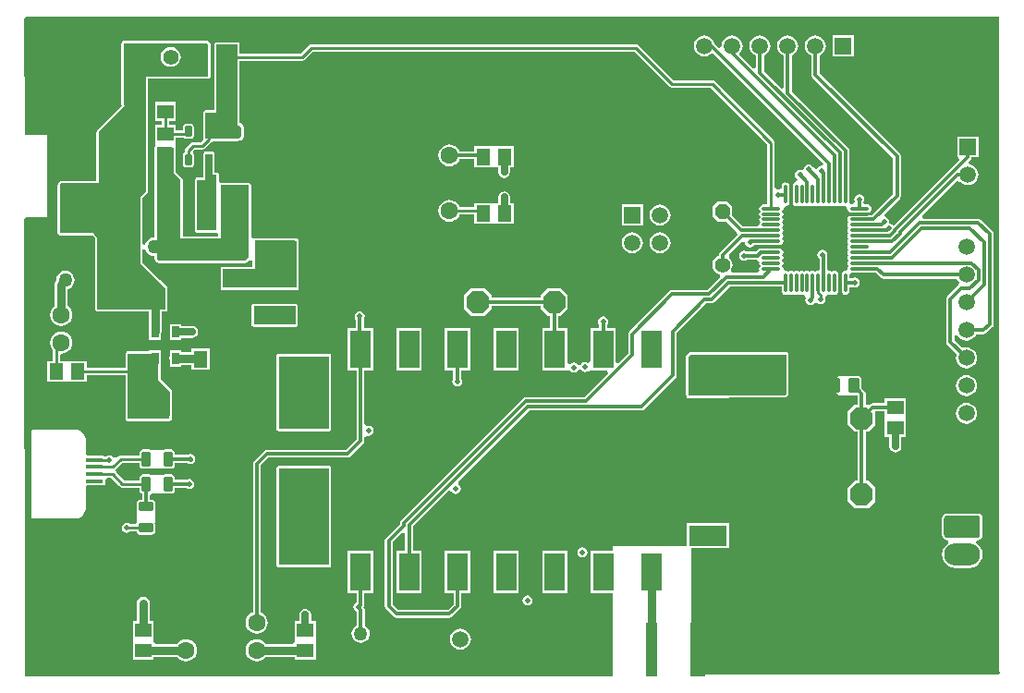
<source format=gtl>
G04 Layer_Physical_Order=1*
G04 Layer_Color=255*
%FSLAX25Y25*%
%MOIN*%
G70*
G01*
G75*
%ADD10O,0.01181X0.07087*%
%ADD11O,0.07087X0.01181*%
%ADD12R,0.05906X0.05118*%
%ADD13R,0.05118X0.05906*%
G04:AMPARAMS|DCode=14|XSize=59.06mil|YSize=47.24mil|CornerRadius=4.72mil|HoleSize=0mil|Usage=FLASHONLY|Rotation=0.000|XOffset=0mil|YOffset=0mil|HoleType=Round|Shape=RoundedRectangle|*
%AMROUNDEDRECTD14*
21,1,0.05906,0.03780,0,0,0.0*
21,1,0.04961,0.04724,0,0,0.0*
1,1,0.00945,0.02480,-0.01890*
1,1,0.00945,-0.02480,-0.01890*
1,1,0.00945,-0.02480,0.01890*
1,1,0.00945,0.02480,0.01890*
%
%ADD14ROUNDEDRECTD14*%
G04:AMPARAMS|DCode=15|XSize=59.06mil|YSize=13.78mil|CornerRadius=1.38mil|HoleSize=0mil|Usage=FLASHONLY|Rotation=0.000|XOffset=0mil|YOffset=0mil|HoleType=Round|Shape=RoundedRectangle|*
%AMROUNDEDRECTD15*
21,1,0.05906,0.01102,0,0,0.0*
21,1,0.05630,0.01378,0,0,0.0*
1,1,0.00276,0.02815,-0.00551*
1,1,0.00276,-0.02815,-0.00551*
1,1,0.00276,-0.02815,0.00551*
1,1,0.00276,0.02815,0.00551*
%
%ADD15ROUNDEDRECTD15*%
%ADD16C,0.05000*%
%ADD17O,0.13000X0.08000*%
G04:AMPARAMS|DCode=18|XSize=130mil|YSize=80mil|CornerRadius=10mil|HoleSize=0mil|Usage=FLASHONLY|Rotation=0.000|XOffset=0mil|YOffset=0mil|HoleType=Round|Shape=RoundedRectangle|*
%AMROUNDEDRECTD18*
21,1,0.13000,0.06000,0,0,0.0*
21,1,0.11000,0.08000,0,0,0.0*
1,1,0.02000,0.05500,-0.03000*
1,1,0.02000,-0.05500,-0.03000*
1,1,0.02000,-0.05500,0.03000*
1,1,0.02000,0.05500,0.03000*
%
%ADD18ROUNDEDRECTD18*%
%ADD19R,0.05512X0.19685*%
%ADD20R,0.03937X0.19685*%
%ADD21R,0.02500X0.02500*%
G04:AMPARAMS|DCode=22|XSize=23.62mil|YSize=39.37mil|CornerRadius=2.95mil|HoleSize=0mil|Usage=FLASHONLY|Rotation=0.000|XOffset=0mil|YOffset=0mil|HoleType=Round|Shape=RoundedRectangle|*
%AMROUNDEDRECTD22*
21,1,0.02362,0.03347,0,0,0.0*
21,1,0.01772,0.03937,0,0,0.0*
1,1,0.00591,0.00886,-0.01673*
1,1,0.00591,-0.00886,-0.01673*
1,1,0.00591,-0.00886,0.01673*
1,1,0.00591,0.00886,0.01673*
%
%ADD22ROUNDEDRECTD22*%
G04:AMPARAMS|DCode=23|XSize=70.87mil|YSize=47.24mil|CornerRadius=5.91mil|HoleSize=0mil|Usage=FLASHONLY|Rotation=90.000|XOffset=0mil|YOffset=0mil|HoleType=Round|Shape=RoundedRectangle|*
%AMROUNDEDRECTD23*
21,1,0.07087,0.03543,0,0,90.0*
21,1,0.05906,0.04724,0,0,90.0*
1,1,0.01181,0.01772,0.02953*
1,1,0.01181,0.01772,-0.02953*
1,1,0.01181,-0.01772,-0.02953*
1,1,0.01181,-0.01772,0.02953*
%
%ADD23ROUNDEDRECTD23*%
G04:AMPARAMS|DCode=24|XSize=70.87mil|YSize=47.24mil|CornerRadius=5.91mil|HoleSize=0mil|Usage=FLASHONLY|Rotation=0.000|XOffset=0mil|YOffset=0mil|HoleType=Round|Shape=RoundedRectangle|*
%AMROUNDEDRECTD24*
21,1,0.07087,0.03543,0,0,0.0*
21,1,0.05906,0.04724,0,0,0.0*
1,1,0.01181,0.02953,-0.01772*
1,1,0.01181,-0.02953,-0.01772*
1,1,0.01181,-0.02953,0.01772*
1,1,0.01181,0.02953,0.01772*
%
%ADD24ROUNDEDRECTD24*%
G04:AMPARAMS|DCode=25|XSize=51.18mil|YSize=31.5mil|CornerRadius=3.94mil|HoleSize=0mil|Usage=FLASHONLY|Rotation=270.000|XOffset=0mil|YOffset=0mil|HoleType=Round|Shape=RoundedRectangle|*
%AMROUNDEDRECTD25*
21,1,0.05118,0.02362,0,0,270.0*
21,1,0.04331,0.03150,0,0,270.0*
1,1,0.00787,-0.01181,-0.02165*
1,1,0.00787,-0.01181,0.02165*
1,1,0.00787,0.01181,0.02165*
1,1,0.00787,0.01181,-0.02165*
%
%ADD25ROUNDEDRECTD25*%
G04:AMPARAMS|DCode=26|XSize=51.18mil|YSize=31.5mil|CornerRadius=3.94mil|HoleSize=0mil|Usage=FLASHONLY|Rotation=0.000|XOffset=0mil|YOffset=0mil|HoleType=Round|Shape=RoundedRectangle|*
%AMROUNDEDRECTD26*
21,1,0.05118,0.02362,0,0,0.0*
21,1,0.04331,0.03150,0,0,0.0*
1,1,0.00787,0.02165,-0.01181*
1,1,0.00787,-0.02165,-0.01181*
1,1,0.00787,-0.02165,0.01181*
1,1,0.00787,0.02165,0.01181*
%
%ADD26ROUNDEDRECTD26*%
%ADD27R,0.02559X0.04331*%
G04:AMPARAMS|DCode=28|XSize=96.46mil|YSize=100.39mil|CornerRadius=9.65mil|HoleSize=0mil|Usage=FLASHONLY|Rotation=90.000|XOffset=0mil|YOffset=0mil|HoleType=Round|Shape=RoundedRectangle|*
%AMROUNDEDRECTD28*
21,1,0.09646,0.08110,0,0,90.0*
21,1,0.07717,0.10039,0,0,90.0*
1,1,0.01929,0.04055,0.03858*
1,1,0.01929,0.04055,-0.03858*
1,1,0.01929,-0.04055,-0.03858*
1,1,0.01929,-0.04055,0.03858*
%
%ADD28ROUNDEDRECTD28*%
%ADD29R,0.04724X0.05315*%
G04:AMPARAMS|DCode=30|XSize=70.87mil|YSize=51.18mil|CornerRadius=6.4mil|HoleSize=0mil|Usage=FLASHONLY|Rotation=0.000|XOffset=0mil|YOffset=0mil|HoleType=Round|Shape=RoundedRectangle|*
%AMROUNDEDRECTD30*
21,1,0.07087,0.03839,0,0,0.0*
21,1,0.05807,0.05118,0,0,0.0*
1,1,0.01280,0.02904,-0.01919*
1,1,0.01280,-0.02904,-0.01919*
1,1,0.01280,-0.02904,0.01919*
1,1,0.01280,0.02904,0.01919*
%
%ADD30ROUNDEDRECTD30*%
G04:AMPARAMS|DCode=31|XSize=55.12mil|YSize=39.37mil|CornerRadius=4.92mil|HoleSize=0mil|Usage=FLASHONLY|Rotation=90.000|XOffset=0mil|YOffset=0mil|HoleType=Round|Shape=RoundedRectangle|*
%AMROUNDEDRECTD31*
21,1,0.05512,0.02953,0,0,90.0*
21,1,0.04528,0.03937,0,0,90.0*
1,1,0.00984,0.01476,0.02264*
1,1,0.00984,0.01476,-0.02264*
1,1,0.00984,-0.01476,-0.02264*
1,1,0.00984,-0.01476,0.02264*
%
%ADD31ROUNDEDRECTD31*%
%ADD32R,0.07480X0.13780*%
%ADD33R,0.13780X0.07480*%
%ADD34C,0.01200*%
%ADD35C,0.01000*%
%ADD36C,0.02953*%
%ADD37C,0.02500*%
%ADD38R,0.18110X0.26378*%
%ADD39R,0.18110X0.35039*%
%ADD40R,0.09300X0.11100*%
%ADD41R,0.09500X0.07900*%
%ADD42P,0.05966X8X292.5*%
%ADD43C,0.05512*%
%ADD44C,0.11024*%
%ADD45C,0.06299*%
%ADD46R,0.05906X0.05906*%
%ADD47C,0.05906*%
%ADD48P,0.08949X8X112.5*%
%ADD49P,0.08949X8X22.5*%
%ADD50R,0.05906X0.05906*%
G04:AMPARAMS|DCode=51|XSize=100mil|YSize=100mil|CornerRadius=12.5mil|HoleSize=0mil|Usage=FLASHONLY|Rotation=0.000|XOffset=0mil|YOffset=0mil|HoleType=Round|Shape=RoundedRectangle|*
%AMROUNDEDRECTD51*
21,1,0.10000,0.07500,0,0,0.0*
21,1,0.07500,0.10000,0,0,0.0*
1,1,0.02500,0.03750,-0.03750*
1,1,0.02500,-0.03750,-0.03750*
1,1,0.02500,-0.03750,0.03750*
1,1,0.02500,0.03750,0.03750*
%
%ADD51ROUNDEDRECTD51*%
%ADD52C,0.10000*%
G04:AMPARAMS|DCode=53|XSize=94.49mil|YSize=62.99mil|CornerRadius=15.75mil|HoleSize=0mil|Usage=FLASHONLY|Rotation=0.000|XOffset=0mil|YOffset=0mil|HoleType=Round|Shape=RoundedRectangle|*
%AMROUNDEDRECTD53*
21,1,0.09449,0.03150,0,0,0.0*
21,1,0.06299,0.06299,0,0,0.0*
1,1,0.03150,0.03150,-0.01575*
1,1,0.03150,-0.03150,-0.01575*
1,1,0.03150,-0.03150,0.01575*
1,1,0.03150,0.03150,0.01575*
%
%ADD53ROUNDEDRECTD53*%
%ADD54C,0.06000*%
G04:AMPARAMS|DCode=55|XSize=60mil|YSize=60mil|CornerRadius=7.5mil|HoleSize=0mil|Usage=FLASHONLY|Rotation=0.000|XOffset=0mil|YOffset=0mil|HoleType=Round|Shape=RoundedRectangle|*
%AMROUNDEDRECTD55*
21,1,0.06000,0.04500,0,0,0.0*
21,1,0.04500,0.06000,0,0,0.0*
1,1,0.01500,0.02250,-0.02250*
1,1,0.01500,-0.02250,-0.02250*
1,1,0.01500,-0.02250,0.02250*
1,1,0.01500,0.02250,0.02250*
%
%ADD55ROUNDEDRECTD55*%
%ADD56C,0.01969*%
%ADD57C,0.15748*%
G36*
X450600Y205900D02*
X451100Y205400D01*
X450300Y204600D01*
X339600D01*
Y223400D01*
Y250216D01*
X353375D01*
Y259296D01*
X337995D01*
Y251200D01*
X311500D01*
Y249458D01*
X303448D01*
Y234078D01*
X311500D01*
Y204224D01*
X311200Y204100D01*
X99300D01*
X99200Y369093D01*
X99907Y369800D01*
X107500D01*
Y399500D01*
X99300D01*
X99202Y441292D01*
X99908Y442000D01*
X450600D01*
Y205900D01*
D02*
G37*
%LPC*%
G36*
X398253Y435253D02*
X390747D01*
Y427747D01*
X398253D01*
Y435253D01*
D02*
G37*
G36*
X135000Y433316D02*
X134688Y433254D01*
X134423Y433077D01*
X134246Y432812D01*
X134184Y432500D01*
Y410500D01*
X134184Y410500D01*
X134246Y410188D01*
X134362Y410015D01*
X125423Y401077D01*
X125246Y400812D01*
X125184Y400500D01*
X125184Y400500D01*
Y382816D01*
X112500D01*
X112500Y382816D01*
X112188Y382754D01*
X111923Y382577D01*
X111923Y382577D01*
X111423Y382077D01*
X111246Y381812D01*
X111184Y381500D01*
X111184Y381500D01*
Y380373D01*
X111160Y380250D01*
Y372750D01*
X111184Y372627D01*
Y364000D01*
X111246Y363688D01*
X111423Y363423D01*
X111688Y363246D01*
X112000Y363184D01*
X123662D01*
X123923Y362923D01*
X123923Y362923D01*
X124684Y362162D01*
Y336500D01*
X124746Y336188D01*
X124923Y335923D01*
X125188Y335746D01*
X125500Y335684D01*
X143939D01*
Y328224D01*
X144115Y327336D01*
X144180Y327239D01*
Y325259D01*
X148339D01*
Y327239D01*
X148404Y327336D01*
X148581Y328224D01*
Y335684D01*
X150000D01*
X150312Y335746D01*
X150577Y335923D01*
X150754Y336188D01*
X150816Y336500D01*
Y344000D01*
X150754Y344312D01*
X150577Y344577D01*
X150577Y344577D01*
X148077Y347077D01*
X148077Y347077D01*
X141816Y353338D01*
Y357970D01*
X142785Y358138D01*
X143117Y357336D01*
X143646Y356646D01*
X144336Y356118D01*
X145139Y355785D01*
X146000Y355672D01*
X146184Y355510D01*
Y354600D01*
X146184Y354600D01*
X146246Y354288D01*
X146423Y354023D01*
X146423Y354023D01*
X147023Y353423D01*
X147288Y353246D01*
X147600Y353184D01*
X147600Y353184D01*
X178800D01*
X178800Y353184D01*
X179112Y353246D01*
X179377Y353423D01*
X180484Y354531D01*
X181484Y354117D01*
Y351816D01*
X170800D01*
X170488Y351754D01*
X170223Y351577D01*
X170046Y351312D01*
X169984Y351000D01*
Y344300D01*
X170046Y343988D01*
X170223Y343723D01*
X170488Y343546D01*
X170800Y343484D01*
X197400D01*
X197712Y343546D01*
X197977Y343723D01*
X198154Y343988D01*
X198216Y344300D01*
Y361100D01*
X198201Y361172D01*
X198203Y361244D01*
X198171Y361326D01*
X198154Y361412D01*
X198113Y361473D01*
X198086Y361541D01*
X198026Y361604D01*
X197977Y361677D01*
X197916Y361717D01*
X197865Y361770D01*
X197785Y361805D01*
X197712Y361854D01*
X197641Y361868D01*
X197574Y361897D01*
X196657Y362097D01*
X196569Y362099D01*
X196483Y362116D01*
X182300D01*
X181988Y362054D01*
X181916Y362005D01*
X181222Y362231D01*
X180916Y362448D01*
Y381300D01*
X180854Y381612D01*
X180677Y381877D01*
X180412Y382054D01*
X180100Y382116D01*
X170041D01*
X169656Y382470D01*
X169345Y382852D01*
X169316Y382913D01*
Y385000D01*
X169254Y385312D01*
X169077Y385577D01*
X168812Y385754D01*
X168500Y385816D01*
X167816D01*
Y392500D01*
X167754Y392812D01*
X167577Y393077D01*
X167312Y393254D01*
X167000Y393316D01*
X164500D01*
X164188Y393254D01*
X163923Y393077D01*
X163746Y392812D01*
X163684Y392500D01*
X163684Y384016D01*
X161500D01*
X161188Y383954D01*
X160923Y383777D01*
X160746Y383512D01*
X160684Y383200D01*
Y365000D01*
X160746Y364688D01*
X160923Y364423D01*
X161188Y364246D01*
X161500Y364184D01*
X168000D01*
X168000Y364184D01*
X168184Y364221D01*
X168512Y364114D01*
X169184Y363670D01*
Y362716D01*
X156316D01*
Y365000D01*
Y383200D01*
X156254Y383512D01*
X156077Y383777D01*
X156077Y383777D01*
X153816Y386038D01*
Y394500D01*
X153816Y394500D01*
X153754Y394812D01*
X153753Y394813D01*
X153753Y396481D01*
X153753Y396719D01*
Y398515D01*
X156411D01*
X156584Y398255D01*
X156947Y398013D01*
X157374Y397928D01*
X159146D01*
X159573Y398013D01*
X159935Y398255D01*
X160177Y398618D01*
X160262Y399045D01*
Y402391D01*
X160177Y402819D01*
X159935Y403181D01*
X159573Y403423D01*
X159146Y403508D01*
X157374D01*
X156947Y403423D01*
X156584Y403181D01*
X156342Y402819D01*
X156257Y402391D01*
Y401166D01*
X153753D01*
Y403199D01*
X151326D01*
Y404501D01*
X153753D01*
Y411219D01*
X146247D01*
Y404501D01*
X148674D01*
Y403199D01*
X146247D01*
Y396719D01*
X146247Y396481D01*
Y395719D01*
X146247Y395313D01*
X146246Y395312D01*
X146184Y395000D01*
Y365000D01*
X146184Y365000D01*
X146184Y365000D01*
Y362490D01*
X146000Y362329D01*
X145139Y362215D01*
X144336Y361882D01*
X143646Y361354D01*
X143117Y360664D01*
X142785Y359861D01*
X141816Y360030D01*
Y376662D01*
X143577Y378423D01*
X143754Y378688D01*
X143816Y379000D01*
X143816Y379000D01*
Y419684D01*
X165562Y419684D01*
X165875Y419746D01*
X166139Y419923D01*
X166316Y420188D01*
X166378Y420500D01*
Y432000D01*
X166378Y432000D01*
X166316Y432312D01*
X166139Y432577D01*
X165639Y433077D01*
X165639Y433077D01*
X165375Y433254D01*
X165062Y433316D01*
X165062Y433316D01*
X135000Y433316D01*
D02*
G37*
G36*
X374500Y435285D02*
X373520Y435156D01*
X372607Y434778D01*
X371824Y434176D01*
X371222Y433393D01*
X370844Y432480D01*
X370715Y431500D01*
X370844Y430520D01*
X371222Y429607D01*
X371824Y428824D01*
X372607Y428222D01*
X373073Y428029D01*
Y416527D01*
X372149Y416144D01*
X365927Y422365D01*
Y428029D01*
X366393Y428222D01*
X367177Y428824D01*
X367778Y429607D01*
X368156Y430520D01*
X368285Y431500D01*
X368156Y432480D01*
X367778Y433393D01*
X367177Y434176D01*
X366393Y434778D01*
X365480Y435156D01*
X364500Y435285D01*
X363520Y435156D01*
X362607Y434778D01*
X361824Y434176D01*
X361222Y433393D01*
X360844Y432480D01*
X360715Y431500D01*
X360844Y430520D01*
X361222Y429607D01*
X361824Y428824D01*
X362607Y428222D01*
X363073Y428029D01*
Y423840D01*
X362149Y423457D01*
X357152Y428453D01*
X357176Y428824D01*
X357778Y429607D01*
X358156Y430520D01*
X358285Y431500D01*
X358156Y432480D01*
X357778Y433393D01*
X357176Y434176D01*
X356393Y434778D01*
X355480Y435156D01*
X354500Y435285D01*
X353520Y435156D01*
X352607Y434778D01*
X351823Y434176D01*
X351222Y433393D01*
X350844Y432480D01*
X350715Y431500D01*
X350743Y431290D01*
X349795Y430823D01*
X348159Y432460D01*
X348156Y432480D01*
X347778Y433393D01*
X347177Y434176D01*
X346393Y434778D01*
X345480Y435156D01*
X344500Y435285D01*
X343520Y435156D01*
X342607Y434778D01*
X341824Y434176D01*
X341222Y433393D01*
X340844Y432480D01*
X340715Y431500D01*
X340844Y430520D01*
X341222Y429607D01*
X341824Y428824D01*
X342607Y428222D01*
X343520Y427844D01*
X344500Y427715D01*
X345480Y427844D01*
X346393Y428222D01*
X347177Y428824D01*
X347722Y428859D01*
X387377Y389204D01*
X386885Y388282D01*
X386700Y388319D01*
X386004Y388181D01*
X385414Y387786D01*
X385066Y387267D01*
X384964Y387184D01*
X384708Y387129D01*
X383681Y387596D01*
X383286Y388186D01*
X382696Y388581D01*
X382000Y388719D01*
X381304Y388581D01*
X380714Y388186D01*
X380319Y387596D01*
X380267Y387335D01*
X379795Y386804D01*
X379209Y386658D01*
X378900Y386719D01*
X378204Y386581D01*
X377614Y386186D01*
X377219Y385596D01*
X377081Y384900D01*
X377219Y384204D01*
X377614Y383614D01*
X377892Y383428D01*
X377939Y383270D01*
X377870Y383070D01*
X377204Y382235D01*
X377068Y382207D01*
X376608Y381900D01*
X376300Y381440D01*
X376192Y380898D01*
Y374992D01*
X376300Y374450D01*
X376608Y373990D01*
X377068Y373682D01*
X377610Y373574D01*
X378153Y373682D01*
X378594Y373977D01*
X379036Y373682D01*
X379579Y373574D01*
X380121Y373682D01*
X380563Y373977D01*
X381005Y373682D01*
X381547Y373574D01*
X382090Y373682D01*
X382531Y373977D01*
X382973Y373682D01*
X383516Y373574D01*
X384058Y373682D01*
X384500Y373977D01*
X384942Y373682D01*
X385484Y373574D01*
X386027Y373682D01*
X386469Y373977D01*
X386910Y373682D01*
X387453Y373574D01*
X387995Y373682D01*
X388437Y373977D01*
X388879Y373682D01*
X389421Y373574D01*
X389964Y373682D01*
X390406Y373977D01*
X390847Y373682D01*
X391390Y373574D01*
X391932Y373682D01*
X392374Y373977D01*
X392816Y373682D01*
X393358Y373574D01*
X393901Y373682D01*
X394342Y373977D01*
X394784Y373682D01*
X395222Y373595D01*
X395286Y373580D01*
X395694Y373194D01*
X396080Y372786D01*
X396095Y372722D01*
X396182Y372284D01*
X396490Y371824D01*
X396950Y371517D01*
X397492Y371409D01*
X400396D01*
X400445Y371399D01*
X400493Y371409D01*
X403398D01*
X403940Y371517D01*
X404400Y371824D01*
X404707Y372284D01*
X404815Y372827D01*
X404707Y373369D01*
X404400Y373829D01*
X403940Y374137D01*
X403398Y374245D01*
X402223D01*
X401874Y375245D01*
X401981Y375404D01*
X402119Y376100D01*
X401981Y376796D01*
X401586Y377386D01*
X400996Y377781D01*
X400300Y377919D01*
X399604Y377781D01*
X399014Y377386D01*
X398619Y376796D01*
X398481Y376100D01*
X398619Y375404D01*
X398149Y374518D01*
X397447Y374330D01*
X397361Y374375D01*
X396875Y374861D01*
X396745Y375111D01*
Y377896D01*
X396754Y377945D01*
Y393634D01*
X396754Y393634D01*
X396645Y394180D01*
X396336Y394644D01*
X375927Y415052D01*
Y428029D01*
X376393Y428222D01*
X377176Y428824D01*
X377778Y429607D01*
X378156Y430520D01*
X378285Y431500D01*
X378156Y432480D01*
X377778Y433393D01*
X377176Y434176D01*
X376393Y434778D01*
X375480Y435156D01*
X374500Y435285D01*
D02*
G37*
G36*
X252500Y395984D02*
X251469Y395848D01*
X250508Y395450D01*
X249683Y394817D01*
X249050Y393992D01*
X248652Y393031D01*
X248516Y392000D01*
X248652Y390969D01*
X249050Y390008D01*
X249683Y389183D01*
X250508Y388550D01*
X251469Y388152D01*
X252500Y388016D01*
X253531Y388152D01*
X254492Y388550D01*
X255317Y389183D01*
X255950Y390008D01*
X256184Y390573D01*
X261401D01*
Y387747D01*
X267881D01*
X268119Y387747D01*
X268881D01*
X269119Y387747D01*
X270210D01*
Y385900D01*
X270369Y385100D01*
X270822Y384422D01*
X271500Y383969D01*
X272300Y383810D01*
X273100Y383969D01*
X273778Y384422D01*
X274231Y385100D01*
X274390Y385900D01*
Y387747D01*
X275599D01*
Y395253D01*
X269119D01*
X268881Y395253D01*
X268119D01*
X267881Y395253D01*
X261401D01*
Y393427D01*
X256184D01*
X255950Y393992D01*
X255317Y394817D01*
X254492Y395450D01*
X253531Y395848D01*
X252500Y395984D01*
D02*
G37*
G36*
X384500Y435285D02*
X383520Y435156D01*
X382607Y434778D01*
X381823Y434176D01*
X381222Y433393D01*
X380844Y432480D01*
X380715Y431500D01*
X380844Y430520D01*
X381222Y429607D01*
X381823Y428824D01*
X382607Y428222D01*
X383073Y428029D01*
Y421200D01*
X383073Y421200D01*
X383181Y420654D01*
X383491Y420191D01*
X412473Y391209D01*
Y377891D01*
X404899Y370317D01*
X400445D01*
X400396Y370307D01*
X397492D01*
X396950Y370200D01*
X396490Y369892D01*
X396182Y369432D01*
X396074Y368890D01*
X396182Y368347D01*
X396477Y367905D01*
X396182Y367464D01*
X396074Y366921D01*
X396182Y366379D01*
X396477Y365937D01*
X396182Y365495D01*
X396074Y364953D01*
X396182Y364410D01*
X396477Y363968D01*
X396182Y363527D01*
X396074Y362984D01*
X396182Y362442D01*
X396477Y362000D01*
X396182Y361558D01*
X396074Y361016D01*
X396182Y360473D01*
X396477Y360032D01*
X396182Y359590D01*
X396074Y359047D01*
X396182Y358505D01*
X396477Y358063D01*
X396182Y357621D01*
X396074Y357079D01*
X396182Y356536D01*
X396477Y356095D01*
X396182Y355653D01*
X396074Y355110D01*
X396182Y354568D01*
X396477Y354126D01*
X396182Y353684D01*
X396074Y353142D01*
X396182Y352599D01*
X396477Y352157D01*
X396182Y351716D01*
X396095Y351278D01*
X396080Y351214D01*
X395694Y350806D01*
X395286Y350420D01*
X395222Y350405D01*
X394784Y350318D01*
X394324Y350010D01*
X394017Y349550D01*
X393909Y349008D01*
Y346104D01*
X393899Y346055D01*
X393909Y346007D01*
Y343102D01*
X394017Y342560D01*
X394324Y342100D01*
X394784Y341792D01*
X395327Y341685D01*
X395869Y341792D01*
X396329Y342100D01*
X396637Y342560D01*
X396745Y343102D01*
Y344327D01*
X397745Y344592D01*
X398004Y344419D01*
X398700Y344281D01*
X399396Y344419D01*
X399986Y344814D01*
X400381Y345404D01*
X400519Y346100D01*
X400381Y346796D01*
X399986Y347386D01*
X399396Y347781D01*
X398700Y347919D01*
X398004Y347781D01*
X397745Y347607D01*
X396745Y347873D01*
Y348889D01*
X396875Y349139D01*
X397361Y349625D01*
X397611Y349755D01*
X400396D01*
X400445Y349746D01*
X406178D01*
X408033Y347891D01*
X408034Y347891D01*
X408497Y347581D01*
X409043Y347473D01*
X435529D01*
X435722Y347007D01*
X436323Y346223D01*
X436334Y345888D01*
X436159Y345089D01*
X435891Y344909D01*
X432191Y341209D01*
X431881Y340746D01*
X431773Y340200D01*
X431773Y340200D01*
Y324700D01*
X431773Y324700D01*
X431881Y324154D01*
X432191Y323691D01*
X435536Y320345D01*
X435344Y319880D01*
X435215Y318900D01*
X435344Y317920D01*
X435722Y317007D01*
X436323Y316224D01*
X437107Y315622D01*
X438020Y315244D01*
X439000Y315115D01*
X439980Y315244D01*
X440893Y315622D01*
X441677Y316224D01*
X442278Y317007D01*
X442656Y317920D01*
X442785Y318900D01*
X442656Y319880D01*
X442278Y320793D01*
X441677Y321576D01*
X440893Y322178D01*
X439980Y322556D01*
X439000Y322685D01*
X438020Y322556D01*
X437555Y322363D01*
X434627Y325291D01*
Y327037D01*
X435627Y327236D01*
X435722Y327007D01*
X436323Y326223D01*
X437107Y325622D01*
X438020Y325244D01*
X439000Y325115D01*
X439980Y325244D01*
X440893Y325622D01*
X441677Y326223D01*
X442278Y327007D01*
X442471Y327473D01*
X445200D01*
X445200Y327473D01*
X445746Y327581D01*
X446209Y327891D01*
X448309Y329991D01*
X448309Y329991D01*
X448619Y330454D01*
X448727Y331000D01*
X448727Y331000D01*
Y363600D01*
X448727Y363600D01*
X448619Y364146D01*
X448309Y364609D01*
X448309Y364609D01*
X444209Y368709D01*
X443746Y369019D01*
X443200Y369127D01*
X443200Y369127D01*
X423347D01*
X422933Y370127D01*
X435402Y382597D01*
X436702Y382482D01*
X436824Y382324D01*
X437607Y381722D01*
X438520Y381344D01*
X439500Y381215D01*
X440480Y381344D01*
X441393Y381722D01*
X442176Y382324D01*
X442778Y383107D01*
X443156Y384020D01*
X443285Y385000D01*
X443156Y385980D01*
X442778Y386893D01*
X442176Y387677D01*
X441393Y388278D01*
X440480Y388656D01*
X440223Y388690D01*
X439864Y389746D01*
X440509Y390391D01*
X440819Y390854D01*
X440897Y391247D01*
X443253D01*
Y398753D01*
X435747D01*
Y391247D01*
X436022D01*
X436405Y390323D01*
X412898Y366816D01*
X412186Y366886D01*
X411596Y367281D01*
X411115Y367376D01*
X411219Y367900D01*
X411081Y368596D01*
X410686Y369186D01*
X410096Y369581D01*
X409694Y369661D01*
X409321Y370476D01*
X409300Y370681D01*
X414909Y376291D01*
X414909Y376291D01*
X415219Y376754D01*
X415327Y377300D01*
X415327Y377300D01*
Y391800D01*
X415327Y391800D01*
X415219Y392346D01*
X414909Y392809D01*
X414909Y392809D01*
X385927Y421791D01*
Y428029D01*
X386393Y428222D01*
X387176Y428824D01*
X387778Y429607D01*
X388156Y430520D01*
X388285Y431500D01*
X388156Y432480D01*
X387778Y433393D01*
X387176Y434176D01*
X386393Y434778D01*
X385480Y435156D01*
X384500Y435285D01*
D02*
G37*
G36*
X272300Y378990D02*
X271500Y378831D01*
X270822Y378378D01*
X270369Y377700D01*
X270210Y376900D01*
Y374753D01*
X269119D01*
X268881Y374753D01*
X268119D01*
X267881Y374753D01*
X261401D01*
Y373325D01*
X256226D01*
X255950Y373992D01*
X255317Y374817D01*
X254492Y375450D01*
X253531Y375848D01*
X252500Y375984D01*
X251469Y375848D01*
X250508Y375450D01*
X249683Y374817D01*
X249050Y373992D01*
X248652Y373031D01*
X248516Y372000D01*
X248652Y370969D01*
X249050Y370008D01*
X249683Y369183D01*
X250508Y368550D01*
X251469Y368152D01*
X252500Y368016D01*
X253531Y368152D01*
X254492Y368550D01*
X255317Y369183D01*
X255950Y370008D01*
X256226Y370674D01*
X261401D01*
Y367247D01*
X267881D01*
X268119Y367247D01*
X268881D01*
X269119Y367247D01*
X275599D01*
Y374753D01*
X274390D01*
Y376900D01*
X274231Y377700D01*
X273778Y378378D01*
X273100Y378831D01*
X272300Y378990D01*
D02*
G37*
G36*
X322253Y374253D02*
X314747D01*
Y366747D01*
X322253D01*
Y374253D01*
D02*
G37*
G36*
X328500Y374285D02*
X327520Y374156D01*
X326607Y373778D01*
X325823Y373177D01*
X325222Y372393D01*
X324844Y371480D01*
X324715Y370500D01*
X324844Y369520D01*
X325222Y368607D01*
X325823Y367824D01*
X326607Y367222D01*
X327520Y366844D01*
X328500Y366715D01*
X329480Y366844D01*
X330393Y367222D01*
X331176Y367824D01*
X331778Y368607D01*
X332156Y369520D01*
X332285Y370500D01*
X332156Y371480D01*
X331778Y372393D01*
X331176Y373177D01*
X330393Y373778D01*
X329480Y374156D01*
X328500Y374285D01*
D02*
G37*
G36*
X176000Y432816D02*
X168500Y432816D01*
X168188Y432754D01*
X167923Y432577D01*
X167746Y432312D01*
X167684Y432000D01*
Y408316D01*
X165000D01*
X164688Y408254D01*
X164188Y408046D01*
X163923Y407870D01*
X163857Y407770D01*
X163746Y407605D01*
X163684Y407293D01*
Y404518D01*
X163681Y404500D01*
X163684Y404482D01*
Y398000D01*
X163746Y397688D01*
X163773Y397648D01*
X162951Y396826D01*
X160000D01*
X159493Y396725D01*
X159063Y396437D01*
X157323Y394697D01*
X157035Y394267D01*
X156934Y393760D01*
Y393179D01*
X156584Y392945D01*
X156342Y392583D01*
X156257Y392155D01*
Y388809D01*
X156342Y388381D01*
X156584Y388019D01*
X156947Y387777D01*
X157374Y387692D01*
X159146D01*
X159573Y387777D01*
X159935Y388019D01*
X160177Y388381D01*
X160262Y388809D01*
Y392155D01*
X160177Y392583D01*
X159935Y392945D01*
X160287Y393913D01*
X160549Y394175D01*
X163500D01*
X164007Y394275D01*
X164437Y394563D01*
X166677Y396803D01*
X166932Y397184D01*
X168500D01*
X168500Y397184D01*
X176000Y397184D01*
X176312Y397246D01*
X176408Y397311D01*
X176835D01*
X177377Y397418D01*
X177837Y397726D01*
X178145Y398186D01*
X178252Y398728D01*
Y402272D01*
X178145Y402814D01*
X177837Y403274D01*
X177377Y403581D01*
X176835Y403689D01*
X176816D01*
Y426174D01*
X199400D01*
X199907Y426275D01*
X200337Y426563D01*
X203249Y429474D01*
X319251D01*
X331863Y416863D01*
X332293Y416575D01*
X332800Y416474D01*
X346751D01*
X367230Y395996D01*
Y374245D01*
X365602D01*
X365060Y374137D01*
X364600Y373829D01*
X364293Y373369D01*
X364185Y372827D01*
X364293Y372284D01*
X364588Y371843D01*
X364293Y371401D01*
X364185Y370858D01*
X364293Y370316D01*
X364588Y369874D01*
X364293Y369432D01*
X364185Y368890D01*
X364293Y368347D01*
X364588Y367905D01*
X364293Y367464D01*
X364185Y366921D01*
X363740Y366380D01*
X358345D01*
X354556Y370169D01*
Y373484D01*
X352778Y375262D01*
X349222D01*
X347444Y373484D01*
Y369928D01*
X349222Y368150D01*
X352537D01*
X356177Y364510D01*
X356235Y363154D01*
X349991Y356909D01*
X349681Y356446D01*
X349573Y355900D01*
X349573Y355900D01*
Y355751D01*
X349207Y355600D01*
X348464Y355030D01*
X347894Y354287D01*
X347536Y353422D01*
X347413Y352494D01*
X347536Y351565D01*
X347894Y350700D01*
X348464Y349958D01*
X349207Y349388D01*
X349907Y349098D01*
X350144Y348540D01*
X350224Y348001D01*
X345551Y343327D01*
X332857D01*
X332857Y343327D01*
X332311Y343219D01*
X331847Y342909D01*
X331847Y342909D01*
X317391Y328453D01*
X317081Y327990D01*
X316973Y327443D01*
X316973Y327443D01*
Y320617D01*
X313452Y317097D01*
X312528Y317480D01*
Y329772D01*
X309416D01*
Y331157D01*
X309581Y331404D01*
X309719Y332100D01*
X309581Y332796D01*
X309186Y333386D01*
X308596Y333781D01*
X307900Y333919D01*
X307204Y333781D01*
X306614Y333386D01*
X306219Y332796D01*
X306081Y332100D01*
X306219Y331404D01*
X306561Y330893D01*
Y329772D01*
X303448D01*
Y317559D01*
X302448Y317112D01*
X302196Y317281D01*
X301500Y317419D01*
X300804Y317281D01*
X300214Y316886D01*
X299972Y316525D01*
X299920Y316506D01*
X299115Y316464D01*
X298861Y316525D01*
X298686Y316786D01*
X298096Y317181D01*
X297400Y317319D01*
X296704Y317181D01*
X296114Y316786D01*
X296009Y316629D01*
X295009Y316933D01*
Y329772D01*
X291707D01*
Y334208D01*
X292746D01*
X295213Y336675D01*
Y341609D01*
X292746Y344076D01*
X287813D01*
X285346Y341609D01*
Y340569D01*
X267654D01*
Y341609D01*
X265187Y344076D01*
X260254D01*
X257787Y341609D01*
Y336675D01*
X260254Y334208D01*
X265187D01*
X267654Y336675D01*
Y337714D01*
X285346D01*
Y336675D01*
X287813Y334208D01*
X288852D01*
Y329772D01*
X285928D01*
Y314393D01*
X294859D01*
X295009Y314393D01*
X296003Y314379D01*
X296114Y314214D01*
X296704Y313819D01*
X297400Y313681D01*
X298096Y313819D01*
X298686Y314214D01*
X298928Y314575D01*
X298980Y314594D01*
X299785Y314636D01*
X300039Y314575D01*
X300214Y314314D01*
X300804Y313919D01*
X301500Y313781D01*
X302196Y313919D01*
X302547Y314154D01*
X303322Y314359D01*
X303713Y314393D01*
X309442Y314393D01*
X309824Y313469D01*
X301083Y304727D01*
X279913D01*
X279913Y304727D01*
X279367Y304619D01*
X278904Y304309D01*
X278904Y304309D01*
X235000Y260406D01*
X234691Y259943D01*
X234582Y259397D01*
X234582Y259396D01*
Y259101D01*
X229591Y254109D01*
X229281Y253646D01*
X229173Y253100D01*
X229173Y253100D01*
Y229300D01*
X229173Y229300D01*
X229281Y228754D01*
X229591Y228291D01*
X232291Y225591D01*
X232291Y225591D01*
X232754Y225281D01*
X233300Y225173D01*
X233300Y225173D01*
X252500D01*
X252500Y225173D01*
X253046Y225281D01*
X253509Y225591D01*
X256438Y228520D01*
X256748Y228983D01*
X256857Y229529D01*
X256857Y229529D01*
Y234078D01*
X259969D01*
Y249458D01*
X250889D01*
Y234078D01*
X254002D01*
Y230120D01*
X251909Y228027D01*
X233891D01*
X232027Y229891D01*
Y252509D01*
X235558Y256039D01*
X236482Y255657D01*
Y249458D01*
X233369D01*
Y234078D01*
X242450D01*
Y249458D01*
X239337D01*
Y258018D01*
X252201Y270883D01*
X253367Y270634D01*
X253514Y270414D01*
X254104Y270019D01*
X254800Y269881D01*
X255496Y270019D01*
X256086Y270414D01*
X256481Y271004D01*
X256619Y271700D01*
X256481Y272396D01*
X256086Y272986D01*
X255866Y273133D01*
X255617Y274299D01*
X281291Y299973D01*
X321700D01*
X321700Y299973D01*
X322246Y300081D01*
X322709Y300391D01*
X334009Y311691D01*
X334009Y311691D01*
X334319Y312154D01*
X334427Y312700D01*
Y327909D01*
X345091Y338573D01*
X346929D01*
X346929Y338573D01*
X347476Y338681D01*
X347939Y338991D01*
X353576Y344628D01*
X372255D01*
Y343102D01*
X372363Y342560D01*
X372671Y342100D01*
X373131Y341792D01*
X373673Y341685D01*
X374216Y341792D01*
X374658Y342088D01*
X375099Y341792D01*
X375642Y341685D01*
X376184Y341792D01*
X376626Y342088D01*
X377068Y341792D01*
X377610Y341685D01*
X378153Y341792D01*
X378594Y342088D01*
X379036Y341792D01*
X379579Y341685D01*
X380120Y341792D01*
X380123Y341792D01*
X380650Y341494D01*
X381019Y340496D01*
X380881Y339800D01*
X381019Y339104D01*
X381414Y338514D01*
X382004Y338119D01*
X382700Y337981D01*
X383396Y338119D01*
X383986Y338514D01*
X384082Y338657D01*
X385016Y338889D01*
X385287Y338798D01*
X385704Y338519D01*
X386400Y338381D01*
X387096Y338519D01*
X387686Y338914D01*
X388081Y339504D01*
X388219Y340200D01*
X388101Y340794D01*
X388058Y341197D01*
X388287Y341363D01*
X389003Y341768D01*
X389421Y341685D01*
X389964Y341792D01*
X390406Y342088D01*
X390847Y341792D01*
X391390Y341685D01*
X391932Y341792D01*
X392392Y342100D01*
X392700Y342560D01*
X392808Y343102D01*
Y349008D01*
X392700Y349550D01*
X392392Y350010D01*
X391932Y350318D01*
X391390Y350426D01*
X390847Y350318D01*
X390406Y350023D01*
X389964Y350318D01*
X389421Y350426D01*
X388880Y350870D01*
Y355647D01*
X388880Y355647D01*
X388805Y356027D01*
X388819Y356100D01*
X388681Y356796D01*
X388286Y357386D01*
X387696Y357781D01*
X387000Y357919D01*
X386304Y357781D01*
X385714Y357386D01*
X385319Y356796D01*
X385181Y356100D01*
X385319Y355404D01*
X385714Y354814D01*
X386025Y354605D01*
Y350870D01*
X385484Y350426D01*
X384942Y350318D01*
X384500Y350023D01*
X384058Y350318D01*
X383516Y350426D01*
X382973Y350318D01*
X382531Y350023D01*
X382090Y350318D01*
X381547Y350426D01*
X381005Y350318D01*
X380563Y350023D01*
X380121Y350318D01*
X379579Y350426D01*
X379036Y350318D01*
X378594Y350023D01*
X378153Y350318D01*
X377610Y350426D01*
X377068Y350318D01*
X376626Y350023D01*
X376184Y350318D01*
X375642Y350426D01*
X375099Y350318D01*
X374658Y350023D01*
X374216Y350318D01*
X373717Y350417D01*
X373671Y350428D01*
X372928Y351171D01*
X372917Y351217D01*
X372818Y351716D01*
X372523Y352157D01*
X372818Y352599D01*
X372926Y353142D01*
X372818Y353684D01*
X372523Y354126D01*
X372818Y354568D01*
X372926Y355110D01*
X372818Y355653D01*
X372523Y356095D01*
X372818Y356536D01*
X372926Y357079D01*
X372818Y357621D01*
X372510Y358081D01*
X372050Y358389D01*
X371508Y358496D01*
X368689D01*
X368534Y358527D01*
X368378Y358496D01*
X365602D01*
X365259Y358428D01*
X364819D01*
X364819Y358428D01*
X364273Y358319D01*
X363810Y358010D01*
X363810Y358010D01*
X363027Y357227D01*
X359875D01*
X359496Y357481D01*
X358800Y357619D01*
X358104Y357481D01*
X357514Y357086D01*
X357119Y356496D01*
X356981Y355800D01*
X357119Y355104D01*
X357514Y354514D01*
X358104Y354119D01*
X358800Y353981D01*
X359496Y354119D01*
X359875Y354373D01*
X363550D01*
X363813Y354129D01*
X364252Y353479D01*
X364185Y353142D01*
X364293Y352599D01*
X364588Y352157D01*
X364293Y351716D01*
X364185Y351173D01*
X364293Y350631D01*
X364295Y350627D01*
X363760Y349627D01*
X354543D01*
X354050Y350627D01*
X354106Y350700D01*
X354464Y351565D01*
X354587Y352494D01*
X354464Y353422D01*
X354106Y354287D01*
X353536Y355030D01*
X353464Y356346D01*
X358121Y361003D01*
X358678Y360827D01*
X359106Y360573D01*
X359219Y360004D01*
X359614Y359414D01*
X360204Y359019D01*
X360900Y358881D01*
X361596Y359019D01*
X362186Y359414D01*
X362303Y359588D01*
X368555D01*
X368604Y359598D01*
X371508D01*
X372050Y359706D01*
X372510Y360013D01*
X372818Y360473D01*
X372926Y361016D01*
X372818Y361558D01*
X372523Y362000D01*
X372818Y362442D01*
X372926Y362984D01*
X372818Y363527D01*
X372523Y363968D01*
X372818Y364410D01*
X372926Y364953D01*
X372818Y365495D01*
X372523Y365937D01*
X372818Y366379D01*
X372926Y366921D01*
X372818Y367464D01*
X372523Y367905D01*
X372818Y368347D01*
X372926Y368890D01*
X372818Y369432D01*
X372523Y369874D01*
X372818Y370316D01*
X372926Y370858D01*
X372818Y371401D01*
X372523Y371843D01*
X372818Y372284D01*
X372917Y372783D01*
X372928Y372829D01*
X373671Y373572D01*
X373717Y373583D01*
X374216Y373682D01*
X374676Y373990D01*
X374983Y374450D01*
X375091Y374992D01*
Y377896D01*
X375101Y377945D01*
X375091Y377993D01*
Y380898D01*
X374983Y381440D01*
X374676Y381900D01*
X374216Y382207D01*
X373673Y382315D01*
X373131Y382207D01*
X372671Y381900D01*
X372363Y381440D01*
X372255Y380898D01*
Y380243D01*
X372090Y380052D01*
X371255Y379549D01*
X370900Y379619D01*
X370881Y379615D01*
X369881Y380376D01*
Y396545D01*
X369780Y397052D01*
X369492Y397482D01*
X348237Y418737D01*
X347807Y419025D01*
X347300Y419126D01*
X333349D01*
X320737Y431737D01*
X320307Y432025D01*
X319800Y432126D01*
X202700D01*
X202193Y432025D01*
X201763Y431737D01*
X198851Y428826D01*
X176816D01*
Y432000D01*
X176754Y432312D01*
X176577Y432577D01*
X176312Y432754D01*
X176000Y432816D01*
D02*
G37*
G36*
X328500Y364285D02*
X327520Y364156D01*
X326607Y363778D01*
X325823Y363176D01*
X325222Y362393D01*
X324844Y361480D01*
X324715Y360500D01*
X324844Y359520D01*
X325222Y358607D01*
X325823Y357823D01*
X326607Y357222D01*
X327520Y356844D01*
X328500Y356715D01*
X329480Y356844D01*
X330393Y357222D01*
X331176Y357823D01*
X331778Y358607D01*
X332156Y359520D01*
X332285Y360500D01*
X332156Y361480D01*
X331778Y362393D01*
X331176Y363176D01*
X330393Y363778D01*
X329480Y364156D01*
X328500Y364285D01*
D02*
G37*
G36*
X318500D02*
X317520Y364156D01*
X316607Y363778D01*
X315824Y363176D01*
X315222Y362393D01*
X314844Y361480D01*
X314715Y360500D01*
X314844Y359520D01*
X315222Y358607D01*
X315824Y357823D01*
X316607Y357222D01*
X317520Y356844D01*
X318500Y356715D01*
X319480Y356844D01*
X320393Y357222D01*
X321177Y357823D01*
X321778Y358607D01*
X322156Y359520D01*
X322285Y360500D01*
X322156Y361480D01*
X321778Y362393D01*
X321177Y363176D01*
X320393Y363778D01*
X319480Y364156D01*
X318500Y364285D01*
D02*
G37*
G36*
X114000Y350328D02*
X113138Y350215D01*
X112336Y349883D01*
X111646Y349354D01*
X111117Y348664D01*
X110785Y347862D01*
X110671Y347000D01*
X110687Y346884D01*
X110356Y346388D01*
X110179Y345500D01*
Y337697D01*
X109683Y337317D01*
X109050Y336492D01*
X108652Y335531D01*
X108516Y334500D01*
X108652Y333469D01*
X109050Y332508D01*
X109683Y331683D01*
X110508Y331050D01*
X111469Y330652D01*
X112500Y330516D01*
X113531Y330652D01*
X114492Y331050D01*
X115317Y331683D01*
X115950Y332508D01*
X116348Y333469D01*
X116484Y334500D01*
X116348Y335531D01*
X115950Y336492D01*
X115317Y337317D01*
X114821Y337697D01*
Y343780D01*
X114862Y343785D01*
X115664Y344117D01*
X116354Y344646D01*
X116883Y345336D01*
X117215Y346139D01*
X117329Y347000D01*
X117215Y347862D01*
X116883Y348664D01*
X116354Y349354D01*
X115664Y349883D01*
X114862Y350215D01*
X114000Y350328D01*
D02*
G37*
G36*
X196859Y338516D02*
X181900D01*
X181588Y338454D01*
X181452Y338363D01*
X181338D01*
Y338286D01*
X181323Y338277D01*
X181146Y338012D01*
X181084Y337700D01*
Y330983D01*
X181146Y330671D01*
X181323Y330406D01*
X181588Y330229D01*
X181788Y330146D01*
X182100Y330084D01*
X196900D01*
X197212Y330146D01*
X197477Y330323D01*
X197654Y330588D01*
X197716Y330900D01*
Y337600D01*
X197654Y337912D01*
X197612Y338012D01*
X197559Y338092D01*
X197435Y338277D01*
X197171Y338454D01*
X196943Y338499D01*
X196859Y338516D01*
D02*
G37*
G36*
X155820Y331190D02*
X151661D01*
Y328278D01*
X151650Y328224D01*
X151661Y328171D01*
Y325259D01*
X155820D01*
Y326134D01*
X159724D01*
X159724Y326134D01*
X160524Y326293D01*
X161202Y326746D01*
X161278Y326822D01*
X161731Y327500D01*
X161890Y328300D01*
X161731Y329100D01*
X161278Y329778D01*
X160600Y330231D01*
X159800Y330390D01*
X159420Y330315D01*
X155820D01*
Y331190D01*
D02*
G37*
G36*
X166119Y322253D02*
X159401D01*
Y321097D01*
X155820D01*
Y321741D01*
X151661D01*
Y319761D01*
X151596Y319664D01*
X151419Y318776D01*
X151596Y317887D01*
X151661Y317790D01*
Y315810D01*
X155820D01*
Y316455D01*
X159401D01*
Y314747D01*
X166119D01*
Y322253D01*
D02*
G37*
G36*
X374000Y321016D02*
X339300D01*
X339297Y321015D01*
X339294Y321016D01*
X339140Y320984D01*
X338988Y320954D01*
X338985Y320952D01*
X338983Y320951D01*
X338854Y320864D01*
X338723Y320777D01*
X338722Y320774D01*
X338719Y320773D01*
X338019Y320063D01*
X337933Y319933D01*
X337846Y319802D01*
X337846Y319799D01*
X337844Y319797D01*
X337815Y319643D01*
X337784Y319490D01*
Y310700D01*
X337786Y310692D01*
X337785Y310685D01*
X337884Y305385D01*
X337917Y305237D01*
X337946Y305088D01*
X337951Y305081D01*
X337952Y305074D01*
X337995Y305012D01*
Y304547D01*
X353375D01*
Y304584D01*
X373300D01*
X373300Y304584D01*
X373612Y304646D01*
X373877Y304823D01*
X374577Y305523D01*
X374754Y305788D01*
X374816Y306100D01*
X374816Y306100D01*
Y320200D01*
X374754Y320512D01*
X374577Y320777D01*
X374312Y320954D01*
X374000Y321016D01*
D02*
G37*
G36*
X277489Y329772D02*
X268409D01*
Y314393D01*
X277489D01*
Y329772D01*
D02*
G37*
G36*
X242450D02*
X233369D01*
Y314393D01*
X242450D01*
Y329772D01*
D02*
G37*
G36*
X399820Y312481D02*
X396867D01*
X396671Y312442D01*
X396670Y312443D01*
X392930D01*
X392143Y311656D01*
Y306144D01*
X392930Y305357D01*
X396670D01*
X396671Y305358D01*
X396867Y305319D01*
X399731D01*
Y302113D01*
X398691D01*
X396224Y299646D01*
Y294713D01*
X398691Y292246D01*
X399731D01*
Y274554D01*
X398691D01*
X396224Y272087D01*
Y267154D01*
X398691Y264687D01*
X403625D01*
X406092Y267154D01*
Y272087D01*
X403625Y274554D01*
X402586D01*
Y292246D01*
X403625D01*
X406092Y294713D01*
Y299646D01*
X406120Y299713D01*
X409547D01*
Y298019D01*
X409547Y297781D01*
Y297019D01*
X409547Y296781D01*
Y290301D01*
X411210D01*
Y287000D01*
X411210Y287000D01*
X411369Y286200D01*
X411822Y285522D01*
X411922Y285422D01*
X412600Y284969D01*
X413400Y284810D01*
X414200Y284969D01*
X414878Y285422D01*
X415331Y286100D01*
X415490Y286900D01*
X415390Y287403D01*
Y290301D01*
X417053D01*
Y296781D01*
X417053Y297019D01*
Y297781D01*
X417053Y298019D01*
Y304499D01*
X409547D01*
Y302568D01*
X405119D01*
X405119Y302568D01*
X404573Y302459D01*
X404110Y302150D01*
X403625Y302113D01*
X402586D01*
Y306085D01*
X402477Y306631D01*
X402168Y307094D01*
X402168Y307094D01*
X401137Y308125D01*
Y311164D01*
X401037Y311668D01*
X400751Y312095D01*
X400324Y312381D01*
X399820Y312481D01*
D02*
G37*
G36*
X259969Y329772D02*
X250889D01*
Y314393D01*
X253873D01*
Y311475D01*
X253619Y311096D01*
X253481Y310400D01*
X253619Y309704D01*
X254014Y309114D01*
X254604Y308719D01*
X255300Y308581D01*
X255996Y308719D01*
X256586Y309114D01*
X256981Y309704D01*
X257119Y310400D01*
X256981Y311096D01*
X256727Y311475D01*
Y314393D01*
X259969D01*
Y329772D01*
D02*
G37*
G36*
X439000Y312685D02*
X438020Y312556D01*
X437107Y312178D01*
X436323Y311577D01*
X435722Y310793D01*
X435344Y309880D01*
X435215Y308900D01*
X435344Y307920D01*
X435722Y307007D01*
X436323Y306224D01*
X437107Y305622D01*
X438020Y305244D01*
X439000Y305115D01*
X439980Y305244D01*
X440893Y305622D01*
X441677Y306224D01*
X442278Y307007D01*
X442656Y307920D01*
X442785Y308900D01*
X442656Y309880D01*
X442278Y310793D01*
X441677Y311577D01*
X440893Y312178D01*
X439980Y312556D01*
X439000Y312685D01*
D02*
G37*
G36*
X112500Y328484D02*
X111469Y328348D01*
X110508Y327950D01*
X109683Y327317D01*
X109050Y326492D01*
X108652Y325531D01*
X108516Y324500D01*
X108652Y323469D01*
X109050Y322508D01*
X109434Y322007D01*
Y317753D01*
X107401D01*
Y310247D01*
X113881D01*
X114119Y310247D01*
X114881D01*
X115119Y310247D01*
X121599D01*
Y312674D01*
X135684D01*
Y297500D01*
Y297000D01*
X135746Y296688D01*
X135923Y296423D01*
X136188Y296246D01*
X136500Y296184D01*
X151500D01*
X151812Y296246D01*
X152077Y296423D01*
X152254Y296688D01*
X152316Y297000D01*
Y297992D01*
X152445Y298642D01*
Y306358D01*
X152308Y307047D01*
X152306Y307050D01*
X152254Y307312D01*
X152077Y307577D01*
X152077Y307577D01*
X148316Y311338D01*
Y315810D01*
X148339D01*
Y321741D01*
X144180D01*
Y321316D01*
X136500D01*
X136188Y321254D01*
X135923Y321077D01*
X135746Y320812D01*
X135684Y320500D01*
Y315325D01*
X121599D01*
Y317753D01*
X115119D01*
X114881Y317753D01*
X114119D01*
X113881Y317753D01*
X112085D01*
Y320153D01*
X112500Y320516D01*
X113531Y320652D01*
X114492Y321050D01*
X115317Y321683D01*
X115950Y322508D01*
X116348Y323469D01*
X116484Y324500D01*
X116348Y325531D01*
X115950Y326492D01*
X115317Y327317D01*
X114492Y327950D01*
X113531Y328348D01*
X112500Y328484D01*
D02*
G37*
G36*
X439000Y302685D02*
X438020Y302556D01*
X437107Y302178D01*
X436323Y301576D01*
X435722Y300793D01*
X435344Y299880D01*
X435215Y298900D01*
X435344Y297920D01*
X435722Y297007D01*
X436323Y296223D01*
X437107Y295622D01*
X438020Y295244D01*
X439000Y295115D01*
X439980Y295244D01*
X440893Y295622D01*
X441677Y296223D01*
X442278Y297007D01*
X442656Y297920D01*
X442785Y298900D01*
X442656Y299880D01*
X442278Y300793D01*
X441677Y301576D01*
X440893Y302178D01*
X439980Y302556D01*
X439000Y302685D01*
D02*
G37*
G36*
X209071Y320536D02*
X190961D01*
X190648Y320474D01*
X190384Y320297D01*
X190207Y320033D01*
X190145Y319720D01*
Y293342D01*
X190207Y293030D01*
X190384Y292766D01*
X190648Y292589D01*
X190961Y292527D01*
X209071D01*
X209383Y292589D01*
X209648Y292766D01*
X209824Y293030D01*
X209887Y293342D01*
Y319720D01*
X209824Y320033D01*
X209648Y320297D01*
X209383Y320474D01*
X209071Y320536D01*
D02*
G37*
G36*
X220200Y335719D02*
X219504Y335581D01*
X218914Y335186D01*
X218519Y334596D01*
X218381Y333900D01*
X218519Y333204D01*
X218773Y332825D01*
Y329772D01*
X215850D01*
Y314393D01*
X218962D01*
Y289581D01*
X215209Y285827D01*
X186600D01*
X186600Y285827D01*
X186054Y285719D01*
X185591Y285409D01*
X185591Y285409D01*
X181991Y281809D01*
X181681Y281346D01*
X181573Y280800D01*
X181573Y280800D01*
Y227184D01*
X181008Y226950D01*
X180183Y226317D01*
X179550Y225492D01*
X179152Y224531D01*
X179016Y223500D01*
X179152Y222469D01*
X179550Y221508D01*
X180183Y220683D01*
X181008Y220050D01*
X181969Y219652D01*
X183000Y219516D01*
X184031Y219652D01*
X184992Y220050D01*
X185817Y220683D01*
X186450Y221508D01*
X186848Y222469D01*
X186984Y223500D01*
X186848Y224531D01*
X186450Y225492D01*
X185817Y226317D01*
X184992Y226950D01*
X184427Y227184D01*
Y280209D01*
X187191Y282973D01*
X215800D01*
X215800Y282973D01*
X216346Y283081D01*
X216809Y283391D01*
X221399Y287980D01*
X221399Y287980D01*
X221708Y288443D01*
X221817Y288990D01*
X221817Y288990D01*
Y290309D01*
X222585Y290837D01*
X222817Y290897D01*
X223400Y290781D01*
X224096Y290919D01*
X224686Y291314D01*
X225081Y291904D01*
X225219Y292600D01*
X225081Y293296D01*
X224686Y293886D01*
X224096Y294281D01*
X223400Y294419D01*
X222817Y294303D01*
X222585Y294363D01*
X221817Y294891D01*
Y314393D01*
X224930D01*
Y329772D01*
X221627D01*
Y332825D01*
X221881Y333204D01*
X222019Y333900D01*
X221881Y334596D01*
X221486Y335186D01*
X220896Y335581D01*
X220200Y335719D01*
D02*
G37*
G36*
X117757Y293068D02*
X102500D01*
X102227Y293014D01*
X101995Y292859D01*
X101841Y292627D01*
X101786Y292354D01*
Y261646D01*
X101841Y261373D01*
X101995Y261141D01*
X102227Y260986D01*
X102500Y260932D01*
X117757D01*
X117826Y260946D01*
X117896D01*
X118505Y261067D01*
X118570Y261094D01*
X118639Y261107D01*
X119212Y261345D01*
X119271Y261384D01*
X119335Y261411D01*
X119851Y261755D01*
X119901Y261805D01*
X119959Y261844D01*
X120398Y262283D01*
X120437Y262341D01*
X120487Y262391D01*
X120832Y262907D01*
X120859Y262972D01*
X120898Y263030D01*
X121135Y263603D01*
X121149Y263672D01*
X121176Y263737D01*
X121297Y264346D01*
Y264416D01*
X121310Y264485D01*
Y271998D01*
X121732Y272934D01*
X127362D01*
X127728Y273006D01*
X128038Y273214D01*
X128246Y273524D01*
X128318Y273890D01*
Y274992D01*
X129145Y275675D01*
X130451D01*
X133563Y272563D01*
X133993Y272275D01*
X134500Y272175D01*
X140665D01*
Y271335D01*
X140757Y270869D01*
X141021Y270474D01*
X141416Y270210D01*
X141573Y270179D01*
Y267835D01*
X140835D01*
X140369Y267742D01*
X139974Y267479D01*
X139710Y267084D01*
X139618Y266618D01*
Y264256D01*
X139710Y263790D01*
X139777Y263690D01*
X139654Y263567D01*
Y259433D01*
X138879Y258889D01*
X137291D01*
X136759Y259244D01*
X136063Y259382D01*
X135367Y259244D01*
X134777Y258849D01*
X134382Y258259D01*
X134244Y257563D01*
X134382Y256867D01*
X134777Y256277D01*
X135367Y255882D01*
X136063Y255744D01*
X136759Y255882D01*
X137291Y256238D01*
X139646D01*
X139710Y255916D01*
X139974Y255521D01*
X140369Y255258D01*
X140835Y255165D01*
X145165D01*
X145631Y255258D01*
X146026Y255521D01*
X146290Y255916D01*
X146382Y256382D01*
Y258744D01*
X146290Y259210D01*
X146223Y259310D01*
X146346Y259433D01*
Y263567D01*
X146223Y263690D01*
X146290Y263790D01*
X146382Y264256D01*
Y266618D01*
X146290Y267084D01*
X146026Y267479D01*
X145631Y267742D01*
X145165Y267835D01*
X144427D01*
Y269363D01*
X144933Y270153D01*
X149067D01*
X149190Y270277D01*
X149290Y270210D01*
X149756Y270118D01*
X152118D01*
X152584Y270210D01*
X152979Y270474D01*
X153243Y270869D01*
X153335Y271335D01*
Y272073D01*
X157375D01*
X157904Y271719D01*
X158600Y271581D01*
X159296Y271719D01*
X159886Y272114D01*
X160281Y272704D01*
X160419Y273400D01*
X160281Y274096D01*
X159886Y274686D01*
X159296Y275081D01*
X158600Y275219D01*
X157904Y275081D01*
X157674Y274927D01*
X153335D01*
Y275665D01*
X153243Y276131D01*
X152979Y276526D01*
X152584Y276790D01*
X152118Y276882D01*
X149756D01*
X149290Y276790D01*
X149190Y276723D01*
X149067Y276847D01*
X144933D01*
X144810Y276723D01*
X144710Y276790D01*
X144244Y276882D01*
X141882D01*
X141416Y276790D01*
X141021Y276526D01*
X140757Y276131D01*
X140665Y275665D01*
Y274826D01*
X135049D01*
X132272Y277603D01*
X132076Y278327D01*
X132283Y278909D01*
X134549Y281174D01*
X140665D01*
Y280335D01*
X140757Y279869D01*
X141021Y279474D01*
X141416Y279210D01*
X141882Y279118D01*
X144244D01*
X144710Y279210D01*
X144810Y279277D01*
X144933Y279153D01*
X149067D01*
X149190Y279277D01*
X149290Y279210D01*
X149756Y279118D01*
X152118D01*
X152584Y279210D01*
X152979Y279474D01*
X153243Y279869D01*
X153335Y280335D01*
Y281073D01*
X157925D01*
X158304Y280819D01*
X159000Y280681D01*
X159696Y280819D01*
X159765Y280865D01*
X159846Y280881D01*
X160309Y281191D01*
X160619Y281654D01*
X160635Y281735D01*
X160681Y281804D01*
X160819Y282500D01*
X160681Y283196D01*
X160286Y283786D01*
X159696Y284181D01*
X159000Y284319D01*
X158304Y284181D01*
X157925Y283927D01*
X153335D01*
Y284665D01*
X153243Y285131D01*
X152979Y285526D01*
X152584Y285790D01*
X152118Y285882D01*
X149756D01*
X149290Y285790D01*
X149190Y285723D01*
X149067Y285846D01*
X144933D01*
X144810Y285723D01*
X144710Y285790D01*
X144244Y285882D01*
X141882D01*
X141416Y285790D01*
X141021Y285526D01*
X140757Y285131D01*
X140665Y284665D01*
Y283825D01*
X134000D01*
X133493Y283725D01*
X133063Y283437D01*
X132559Y282933D01*
X132332Y282906D01*
X131348Y283136D01*
X131168Y283404D01*
X130578Y283799D01*
X129882Y283937D01*
X129186Y283799D01*
X128654Y283444D01*
X127891D01*
X127728Y283553D01*
X127362Y283626D01*
X121732D01*
X121310Y284561D01*
Y289515D01*
X121297Y289584D01*
Y289654D01*
X121176Y290263D01*
X121149Y290328D01*
X121135Y290396D01*
X120898Y290970D01*
X120859Y291028D01*
X120832Y291093D01*
X120487Y291609D01*
X120437Y291659D01*
X120398Y291717D01*
X119959Y292156D01*
X119901Y292195D01*
X119851Y292245D01*
X119335Y292589D01*
X119271Y292616D01*
X119212Y292655D01*
X118639Y292893D01*
X118570Y292906D01*
X118505Y292933D01*
X117896Y293054D01*
X117826D01*
X117757Y293068D01*
D02*
G37*
G36*
X300500Y250619D02*
X299804Y250481D01*
X299214Y250086D01*
X298819Y249496D01*
X298681Y248800D01*
X298819Y248104D01*
X299214Y247514D01*
X299804Y247119D01*
X300500Y246981D01*
X301196Y247119D01*
X301786Y247514D01*
X302181Y248104D01*
X302319Y248800D01*
X302181Y249496D01*
X301786Y250086D01*
X301196Y250481D01*
X300500Y250619D01*
D02*
G37*
G36*
X209071Y279985D02*
X190961D01*
X190648Y279923D01*
X190384Y279746D01*
X190207Y279482D01*
X190145Y279169D01*
Y244130D01*
X190207Y243818D01*
X190384Y243553D01*
X190648Y243376D01*
X190961Y243314D01*
X209071D01*
X209383Y243376D01*
X209648Y243553D01*
X209824Y243818D01*
X209887Y244130D01*
Y279169D01*
X209824Y279482D01*
X209648Y279746D01*
X209383Y279923D01*
X209071Y279985D01*
D02*
G37*
G36*
X443000Y262835D02*
X432000D01*
X431298Y262696D01*
X430702Y262298D01*
X430304Y261702D01*
X430165Y261000D01*
Y255000D01*
X430304Y254298D01*
X430702Y253702D01*
X431298Y253304D01*
X432000Y253165D01*
X432272D01*
X432552Y252264D01*
X432543Y252165D01*
X431577Y251423D01*
X430807Y250421D01*
X430324Y249253D01*
X430159Y248000D01*
X430324Y246747D01*
X430807Y245579D01*
X431577Y244577D01*
X432579Y243807D01*
X433747Y243323D01*
X435000Y243159D01*
X440000D01*
X441253Y243323D01*
X442421Y243807D01*
X443423Y244577D01*
X444193Y245579D01*
X444676Y246747D01*
X444841Y248000D01*
X444676Y249253D01*
X444193Y250421D01*
X443423Y251423D01*
X442457Y252165D01*
X442448Y252264D01*
X442728Y253165D01*
X443000D01*
X443702Y253304D01*
X444298Y253702D01*
X444696Y254298D01*
X444835Y255000D01*
Y261000D01*
X444696Y261702D01*
X444298Y262298D01*
X443702Y262696D01*
X443000Y262835D01*
D02*
G37*
G36*
X295009Y249458D02*
X285928D01*
Y234078D01*
X295009D01*
Y249458D01*
D02*
G37*
G36*
X277489D02*
X268409D01*
Y234078D01*
X277489D01*
Y249458D01*
D02*
G37*
G36*
X280600Y233219D02*
X279904Y233081D01*
X279314Y232686D01*
X278919Y232096D01*
X278781Y231400D01*
X278919Y230704D01*
X279314Y230114D01*
X279904Y229719D01*
X280600Y229581D01*
X281296Y229719D01*
X281886Y230114D01*
X282281Y230704D01*
X282419Y231400D01*
X282281Y232096D01*
X281886Y232686D01*
X281296Y233081D01*
X280600Y233219D01*
D02*
G37*
G36*
X224930Y249458D02*
X215850D01*
Y234078D01*
X218962D01*
Y230692D01*
X218904Y230681D01*
X218314Y230286D01*
X217919Y229696D01*
X217781Y229000D01*
X217919Y228304D01*
X218314Y227714D01*
X218904Y227319D01*
X219073Y227286D01*
Y222481D01*
X218836Y222382D01*
X218146Y221854D01*
X217618Y221164D01*
X217285Y220361D01*
X217172Y219500D01*
X217285Y218638D01*
X217618Y217836D01*
X218146Y217146D01*
X218836Y216617D01*
X219638Y216285D01*
X220500Y216172D01*
X221361Y216285D01*
X222164Y216617D01*
X222854Y217146D01*
X223382Y217836D01*
X223715Y218638D01*
X223829Y219500D01*
X223715Y220361D01*
X223382Y221164D01*
X222854Y221854D01*
X222164Y222382D01*
X221927Y222481D01*
Y228100D01*
X221819Y228646D01*
X221564Y229027D01*
X221708Y229243D01*
X221817Y229790D01*
X221817Y229790D01*
Y234078D01*
X224930D01*
Y249458D01*
D02*
G37*
G36*
X200400Y228490D02*
X199600Y228331D01*
X198922Y227878D01*
X198469Y227200D01*
X198310Y226400D01*
X198410Y225897D01*
Y224099D01*
X196747D01*
Y217619D01*
X196747Y217381D01*
Y216619D01*
X195979Y215821D01*
X186197D01*
X185817Y216317D01*
X184992Y216950D01*
X184031Y217348D01*
X183000Y217484D01*
X181969Y217348D01*
X181008Y216950D01*
X180183Y216317D01*
X179550Y215492D01*
X179152Y214531D01*
X179016Y213500D01*
X179152Y212469D01*
X179550Y211508D01*
X180183Y210683D01*
X181008Y210050D01*
X181969Y209652D01*
X183000Y209516D01*
X184031Y209652D01*
X184992Y210050D01*
X185817Y210683D01*
X186197Y211179D01*
X196747D01*
Y209901D01*
X204253D01*
Y216381D01*
X204253Y216619D01*
Y217381D01*
X204253Y217619D01*
Y224099D01*
X202590D01*
Y226300D01*
X202431Y227100D01*
X201978Y227778D01*
X201878Y227878D01*
X201200Y228331D01*
X200400Y228490D01*
D02*
G37*
G36*
X256500Y221285D02*
X255520Y221156D01*
X254607Y220778D01*
X253823Y220177D01*
X253222Y219393D01*
X252844Y218480D01*
X252715Y217500D01*
X252844Y216520D01*
X253222Y215607D01*
X253823Y214824D01*
X254607Y214222D01*
X255520Y213844D01*
X256500Y213715D01*
X257480Y213844D01*
X258393Y214222D01*
X259176Y214824D01*
X259778Y215607D01*
X260156Y216520D01*
X260285Y217500D01*
X260156Y218480D01*
X259778Y219393D01*
X259176Y220177D01*
X258393Y220778D01*
X257480Y221156D01*
X256500Y221285D01*
D02*
G37*
G36*
X142100Y232821D02*
X141212Y232644D01*
X140459Y232141D01*
X140359Y232041D01*
X139856Y231288D01*
X139679Y230400D01*
Y224099D01*
X138247D01*
Y217619D01*
X138247Y217381D01*
Y216619D01*
X138247Y216381D01*
Y209901D01*
X145753D01*
Y210939D01*
X154487D01*
X154683Y210683D01*
X155508Y210050D01*
X156469Y209652D01*
X157500Y209516D01*
X158531Y209652D01*
X159492Y210050D01*
X160317Y210683D01*
X160950Y211508D01*
X161348Y212469D01*
X161484Y213500D01*
X161348Y214531D01*
X160950Y215492D01*
X160317Y216317D01*
X159492Y216950D01*
X158531Y217348D01*
X157500Y217484D01*
X156469Y217348D01*
X155508Y216950D01*
X154683Y216317D01*
X154118Y215581D01*
X146235D01*
X145753Y216581D01*
Y217381D01*
X145753Y217619D01*
Y224099D01*
X144321D01*
Y229997D01*
X144421Y230500D01*
X144244Y231388D01*
X143741Y232141D01*
X142988Y232644D01*
X142100Y232821D01*
D02*
G37*
%LPD*%
G36*
X165062Y432500D02*
X165562Y432000D01*
Y420500D01*
X143000Y420500D01*
Y379000D01*
X141000Y377000D01*
Y353000D01*
X147500Y346500D01*
X150000Y344000D01*
Y336500D01*
X125500D01*
Y362500D01*
X124500Y363500D01*
X124000Y364000D01*
X112000D01*
Y381500D01*
X112500Y382000D01*
X126000D01*
Y400500D01*
X135500Y410000D01*
X135000Y410500D01*
Y432500D01*
X165062Y432500D01*
D02*
G37*
G36*
X167000Y385000D02*
X168500D01*
Y365500D01*
X168000Y365000D01*
X161500D01*
Y365800D01*
Y368600D01*
Y380400D01*
Y383200D01*
X164500D01*
X164500Y392500D01*
X167000D01*
Y385000D01*
D02*
G37*
G36*
X153000Y394500D02*
Y386500D01*
Y385700D01*
X155500Y383200D01*
Y380400D01*
Y368600D01*
Y365800D01*
Y364500D01*
Y361900D01*
X170000D01*
Y381200D01*
X170041Y381300D01*
X180100D01*
Y355500D01*
X180200Y355400D01*
X178800Y354000D01*
X147600D01*
X147000Y354600D01*
Y365000D01*
Y395000D01*
X152500D01*
X153000Y394500D01*
D02*
G37*
G36*
X197400Y361100D02*
Y344300D01*
X170800D01*
Y351000D01*
X182200D01*
X182300Y351100D01*
Y361300D01*
X196483D01*
X197400Y361100D01*
D02*
G37*
%LPC*%
G36*
X152000Y431087D02*
X151072Y430964D01*
X150207Y430606D01*
X149464Y430036D01*
X148894Y429293D01*
X148536Y428428D01*
X148413Y427500D01*
X148536Y426572D01*
X148894Y425707D01*
X149464Y424964D01*
X150207Y424394D01*
X151072Y424036D01*
X152000Y423913D01*
X152928Y424036D01*
X153793Y424394D01*
X154536Y424964D01*
X155106Y425707D01*
X155464Y426572D01*
X155587Y427500D01*
X155464Y428428D01*
X155106Y429293D01*
X154536Y430036D01*
X153793Y430606D01*
X152928Y430964D01*
X152000Y431087D01*
D02*
G37*
%LPD*%
G36*
X176000Y398000D02*
X168500Y398000D01*
Y398000D01*
X164500D01*
Y399000D01*
Y407293D01*
X165000Y407500D01*
X168500D01*
Y432000D01*
X176000Y432000D01*
Y398000D01*
D02*
G37*
G36*
X196900Y337600D02*
Y330900D01*
X182100D01*
X181900Y330983D01*
Y337700D01*
X196859D01*
X196900Y337600D01*
D02*
G37*
G36*
X374000Y306100D02*
X373300Y305400D01*
X338700D01*
X338600Y310700D01*
Y319490D01*
X339300Y320200D01*
X374000D01*
Y306100D01*
D02*
G37*
G36*
X147500Y312000D02*
Y311000D01*
X151500Y307000D01*
Y297000D01*
X136500D01*
Y297500D01*
Y320500D01*
X147500D01*
Y312000D01*
D02*
G37*
D10*
X373673Y377945D02*
D03*
X375642D02*
D03*
X377610D02*
D03*
X379579D02*
D03*
X381547D02*
D03*
X383516D02*
D03*
X385484D02*
D03*
X387453D02*
D03*
X389421D02*
D03*
X391390D02*
D03*
X393358D02*
D03*
X395327D02*
D03*
Y346055D02*
D03*
X393358D02*
D03*
X391390D02*
D03*
X389421D02*
D03*
X387453D02*
D03*
X385484D02*
D03*
X383516D02*
D03*
X381547D02*
D03*
X379579D02*
D03*
X377610D02*
D03*
X375642D02*
D03*
X373673D02*
D03*
D11*
X400445Y372827D02*
D03*
Y370858D02*
D03*
Y368890D02*
D03*
Y366921D02*
D03*
Y364953D02*
D03*
Y362984D02*
D03*
Y361016D02*
D03*
Y359047D02*
D03*
Y357079D02*
D03*
Y355110D02*
D03*
Y353142D02*
D03*
Y351173D02*
D03*
X368555D02*
D03*
Y353142D02*
D03*
Y355110D02*
D03*
Y357079D02*
D03*
Y359047D02*
D03*
Y361016D02*
D03*
Y362984D02*
D03*
Y364953D02*
D03*
Y366921D02*
D03*
Y368890D02*
D03*
Y370858D02*
D03*
Y372827D02*
D03*
D12*
X142000Y213260D02*
D03*
Y220740D02*
D03*
X200500Y220740D02*
D03*
Y213260D02*
D03*
X150000Y399840D02*
D03*
Y392360D02*
D03*
Y415340D02*
D03*
Y407860D02*
D03*
X413300Y301140D02*
D03*
Y293660D02*
D03*
D13*
X264760Y371000D02*
D03*
X272240D02*
D03*
X264760Y391500D02*
D03*
X272240D02*
D03*
X162760Y318500D02*
D03*
X170240D02*
D03*
X118240Y314000D02*
D03*
X110760D02*
D03*
D14*
X124547Y286252D02*
D03*
Y267748D02*
D03*
D15*
Y282118D02*
D03*
Y279559D02*
D03*
Y277000D02*
D03*
Y274441D02*
D03*
Y271882D02*
D03*
D16*
X114000Y347000D02*
D03*
X146000Y359000D02*
D03*
X135000Y339500D02*
D03*
X220500Y219500D02*
D03*
D17*
X437500Y248000D02*
D03*
D18*
Y258000D02*
D03*
D19*
X308768Y213843D02*
D03*
X342232D02*
D03*
D20*
X325500D02*
D03*
D21*
X165800Y374400D02*
D03*
X151200Y374500D02*
D03*
D22*
X158260Y400718D02*
D03*
X165740Y390482D02*
D03*
X162000D02*
D03*
X158260D02*
D03*
X165740Y400718D02*
D03*
D23*
X174500Y387618D02*
D03*
Y377382D02*
D03*
D24*
X184118Y400500D02*
D03*
X173882D02*
D03*
X156618Y339000D02*
D03*
X146382D02*
D03*
D25*
X150937Y273500D02*
D03*
X143063D02*
D03*
Y282500D02*
D03*
X150937D02*
D03*
D26*
X143000Y265437D02*
D03*
Y257563D02*
D03*
D27*
X153740Y328224D02*
D03*
X150000D02*
D03*
X146260D02*
D03*
Y318776D02*
D03*
X153740D02*
D03*
D28*
X170409Y302500D02*
D03*
X146591D02*
D03*
D29*
X184500Y334906D02*
D03*
Y348095D02*
D03*
D30*
X174600Y348191D02*
D03*
Y359609D02*
D03*
D31*
X398343Y308900D02*
D03*
X391257D02*
D03*
D32*
X325508Y241768D02*
D03*
X307988Y241768D02*
D03*
X290469D02*
D03*
X272949D02*
D03*
X255429D02*
D03*
X237910D02*
D03*
X220390D02*
D03*
Y322083D02*
D03*
X237910D02*
D03*
X255429D02*
D03*
X272949D02*
D03*
X290469D02*
D03*
X307988D02*
D03*
X325508Y322083D02*
D03*
D33*
X345685Y309087D02*
D03*
Y290980D02*
D03*
Y272866D02*
D03*
Y254756D02*
D03*
D34*
X363618Y355800D02*
X364819Y357001D01*
X358800Y355800D02*
X363618D01*
X368435Y357001D02*
X368534Y357100D01*
X364819Y357001D02*
X368435D01*
X368534Y357100D02*
X368555Y357079D01*
X395327Y346055D02*
X395372Y346100D01*
X398700D01*
X400300Y372972D02*
X400445Y372827D01*
X373528Y377800D02*
X373673Y377945D01*
X370900Y377800D02*
X373528D01*
X357753Y364953D02*
X368555D01*
X351000Y371706D02*
X357753Y364953D01*
X358084Y362984D02*
X368555D01*
X351000Y355900D02*
X358084Y362984D01*
X351000Y352494D02*
Y355900D01*
X384500Y421200D02*
X413900Y391800D01*
X384500Y421200D02*
Y431500D01*
X400445Y357079D02*
X400523Y357001D01*
X439000Y328900D02*
X445200D01*
X400445Y353142D02*
X400513Y353073D01*
X408100D01*
X385484Y377945D02*
Y383416D01*
X382000Y386900D02*
X385484Y383416D01*
X354500Y429087D02*
Y431500D01*
X364500Y421774D02*
Y431500D01*
Y421774D02*
X393358Y392916D01*
X354500Y429087D02*
X391390Y392197D01*
Y377945D02*
Y392197D01*
X393358Y377945D02*
Y392916D01*
X395327Y377945D02*
Y393634D01*
X374500Y414461D02*
X395327Y393634D01*
X374500Y414461D02*
Y431500D01*
X344500D02*
X347100D01*
X389421Y389179D01*
Y377945D02*
Y389179D01*
X387453Y377945D02*
Y385747D01*
X386700Y386500D02*
X387453Y385747D01*
X400445Y368890D02*
X405490D01*
X413900Y377300D01*
Y391800D01*
X439500Y391400D02*
Y395000D01*
X435787Y385000D02*
X439500D01*
X387453Y346055D02*
Y355647D01*
X387000Y356100D02*
X387453Y355647D01*
X381547Y377945D02*
Y382253D01*
X378900Y384900D02*
X381547Y382253D01*
X400445Y351173D02*
X406770D01*
X422100Y367700D02*
X443200D01*
X422887Y365800D02*
X440200D01*
X439000Y338900D02*
X445400Y345300D01*
Y360600D01*
X440200Y365800D02*
X445400Y360600D01*
X447300Y331000D02*
Y363600D01*
X445200Y328900D02*
X447300Y331000D01*
X443200Y367700D02*
X447300Y363600D01*
X408100Y353073D02*
X408180Y353153D01*
X440762D01*
X443253Y350661D01*
Y347139D02*
Y350661D01*
X433200Y324700D02*
X439000Y318900D01*
X440014Y343900D02*
X443253Y347139D01*
X433200Y324700D02*
Y340200D01*
X436900Y343900D01*
X440014D01*
X406770Y351173D02*
X409043Y348900D01*
X439000D01*
X401158Y297180D02*
Y306085D01*
X398343Y308900D02*
X401158Y306085D01*
Y297180D02*
X405119Y301140D01*
X413300D01*
X361216Y361016D02*
X368555D01*
X360900Y360700D02*
X361216Y361016D01*
X237910Y241768D02*
Y258610D01*
X280700Y301400D01*
X321700D01*
X333000Y312700D01*
Y328500D01*
X279913Y303300D02*
X301674D01*
X236010Y259397D02*
X279913Y303300D01*
X236010Y258509D02*
Y259397D01*
X230600Y253100D02*
X236010Y258509D01*
X230600Y229300D02*
Y253100D01*
Y229300D02*
X233300Y226600D01*
X252500D01*
X255429Y229529D01*
Y241768D01*
X301674Y303300D02*
X318400Y320026D01*
Y327443D01*
X332857Y341900D01*
X346142D01*
X333000Y328500D02*
X344500Y340000D01*
X346929D01*
X352984Y346055D01*
X373673D01*
X346142Y341900D02*
X352442Y348200D01*
X365582D01*
X368555Y351173D01*
X401158Y269620D02*
Y297180D01*
X143000Y265437D02*
Y273437D01*
X143063Y273500D01*
X150937Y282500D02*
X159000D01*
X159300Y282200D01*
X150937Y273500D02*
X158500D01*
X158600Y273400D01*
X400445Y355101D02*
X412188D01*
X400445Y357079D02*
X411479D01*
X412188Y355101D02*
X422887Y365800D01*
X411479Y357079D02*
X422100Y367700D01*
X415084Y363867D02*
Y364297D01*
X435787Y385000D01*
X413184Y364654D02*
Y365084D01*
X439500Y391400D01*
X412233Y361016D02*
X415084Y363867D01*
X411515Y362984D02*
X413184Y364654D01*
X410253Y364953D02*
X410900Y365600D01*
X400445Y364953D02*
X410253D01*
X400445Y362984D02*
X411515D01*
X400445Y361016D02*
X412233D01*
X408421Y366921D02*
X409400Y367900D01*
X400445Y366921D02*
X408421D01*
X252500Y392000D02*
X264260D01*
X220390Y229790D02*
Y241768D01*
X219600Y229000D02*
X220390Y229790D01*
X219600Y229000D02*
X220500Y228100D01*
Y219500D02*
Y228100D01*
X255300Y310400D02*
Y321954D01*
X255429Y322083D01*
X220200Y322272D02*
Y333900D01*
Y322272D02*
X220390Y322083D01*
Y288990D02*
Y322083D01*
X215800Y284400D02*
X220390Y288990D01*
X186600Y284400D02*
X215800D01*
X183000Y280800D02*
X186600Y284400D01*
X183000Y223500D02*
Y280800D01*
X262720Y339142D02*
X290280D01*
Y322272D02*
Y339142D01*
Y322272D02*
X290469Y322083D01*
X383516Y340616D02*
Y346055D01*
X382700Y339800D02*
X383516Y340616D01*
X307988Y322083D02*
Y332012D01*
X307900Y332100D02*
X307988Y332012D01*
X368555Y359047D02*
X374247D01*
X376200Y361000D01*
Y364000D01*
X375642Y372542D02*
Y377945D01*
X375200Y372100D02*
X375642Y372542D01*
X396058Y370858D02*
X400445D01*
X393300Y339600D02*
Y345997D01*
X393358Y346055D01*
X394500Y369300D02*
X396058Y370858D01*
X400300Y372972D02*
Y376100D01*
X394500Y365200D02*
Y369300D01*
D35*
X134000Y282500D02*
X143063D01*
X131059Y279559D02*
X134000Y282500D01*
X124547Y279559D02*
X131059D01*
X134500Y273500D02*
X143063D01*
X131000Y277000D02*
X134500Y273500D01*
X124547Y277000D02*
X131000D01*
X124547Y282118D02*
X129882D01*
X110760Y314000D02*
Y322760D01*
X112500Y324500D01*
X138500Y314000D02*
X139000Y314500D01*
X118240Y314000D02*
X138500D01*
X136063Y257563D02*
X143000D01*
X136000Y257500D02*
X136063Y257563D01*
X150000Y399840D02*
Y407860D01*
Y399840D02*
X157382D01*
X158260Y400718D01*
Y390482D02*
Y393760D01*
X160000Y395500D01*
X163500D01*
X165740Y397740D01*
Y400718D01*
X202700Y430800D02*
X319800D01*
X332800Y417800D01*
X347300D01*
X368555Y396545D01*
Y372827D02*
Y396545D01*
X386400Y340200D02*
Y341623D01*
X385484Y342539D02*
X386400Y341623D01*
X385484Y342539D02*
Y346055D01*
X252500Y372000D02*
X263760D01*
X264760Y371000D01*
X173100Y427500D02*
X199400D01*
X202700Y430800D01*
D36*
X150000Y415340D02*
X157760D01*
X157800Y415300D01*
X156618Y339000D02*
X164700D01*
X146260Y328224D02*
Y338878D01*
X146382Y339000D01*
X112500Y334500D02*
Y345500D01*
X114000Y347000D01*
X153740Y318776D02*
X162484D01*
X162760Y318500D01*
X142000Y213260D02*
X157260D01*
X157500Y213500D01*
X183000D02*
X200260D01*
X200500Y213260D01*
X142000Y220740D02*
Y230400D01*
X142100Y230500D01*
X383442Y301085D02*
X391257Y308900D01*
X383442Y297180D02*
Y301085D01*
X325500Y213843D02*
Y241760D01*
X325508Y241768D01*
X162000Y386500D02*
Y390482D01*
D37*
X153740Y328224D02*
X159724D01*
X159800Y328300D01*
X413300Y287000D02*
Y293660D01*
Y287000D02*
X413400Y286900D01*
X272300Y385900D02*
Y391440D01*
X272240Y391500D02*
X272300Y391440D01*
Y371060D02*
Y376900D01*
X272240Y371000D02*
X272300Y371060D01*
X200500Y220740D02*
Y226300D01*
X200400Y226400D02*
X200500Y226300D01*
D38*
X200016Y306532D02*
D03*
D39*
X200016Y261650D02*
D03*
D40*
X126250Y266950D02*
D03*
D41*
X126350Y287850D02*
D03*
D42*
X351000Y371706D02*
D03*
D43*
Y352494D02*
D03*
X152000Y427500D02*
D03*
X172000D02*
D03*
X162000D02*
D03*
D44*
X223000Y409500D02*
D03*
X222972Y354500D02*
D03*
D45*
X252500Y392000D02*
D03*
Y372000D02*
D03*
Y382059D02*
D03*
X183000Y213500D02*
D03*
Y223500D02*
D03*
X112500Y324500D02*
D03*
Y334500D02*
D03*
X157500Y213500D02*
D03*
Y223500D02*
D03*
D46*
X439000Y288900D02*
D03*
X439500Y395000D02*
D03*
X318500Y370500D02*
D03*
D47*
X439000Y298900D02*
D03*
Y308900D02*
D03*
Y318900D02*
D03*
Y328900D02*
D03*
Y338900D02*
D03*
Y348900D02*
D03*
Y358900D02*
D03*
X439500Y385000D02*
D03*
Y375000D02*
D03*
X256500Y217500D02*
D03*
X318500Y360500D02*
D03*
Y350500D02*
D03*
X328500Y370500D02*
D03*
Y360500D02*
D03*
Y350500D02*
D03*
X334500Y431500D02*
D03*
X344500D02*
D03*
X354500D02*
D03*
X364500D02*
D03*
X384500D02*
D03*
X374500D02*
D03*
D48*
X401158Y269620D02*
D03*
X383442D02*
D03*
X401158Y297180D02*
D03*
X383442D02*
D03*
D49*
X262720Y339142D02*
D03*
Y356858D02*
D03*
X290280Y339142D02*
D03*
Y356858D02*
D03*
D50*
X266500Y217500D02*
D03*
X394500Y431500D02*
D03*
D51*
X117000Y376500D02*
D03*
D52*
Y391500D02*
D03*
D53*
X123366Y297079D02*
D03*
Y256921D02*
D03*
X108799D02*
D03*
Y297079D02*
D03*
D54*
X440000Y248000D02*
D03*
D55*
Y258000D02*
D03*
D56*
X358800Y355800D02*
D03*
X129882Y282118D02*
D03*
X138000Y309000D02*
D03*
Y304500D02*
D03*
Y300000D02*
D03*
X136063Y257563D02*
D03*
X165500Y404500D02*
D03*
X168500D02*
D03*
X171500D02*
D03*
X171000Y408000D02*
D03*
X174500D02*
D03*
Y404500D02*
D03*
X162000Y386500D02*
D03*
X184600Y392800D02*
D03*
X184700Y388600D02*
D03*
X180400Y388400D02*
D03*
X157760Y415340D02*
D03*
X164700Y339000D02*
D03*
X159800Y328300D02*
D03*
X170300Y312500D02*
D03*
Y309000D02*
D03*
X151600Y359500D02*
D03*
X142100Y230500D02*
D03*
X150200Y332600D02*
D03*
X151800Y334500D02*
D03*
X185039Y354331D02*
D03*
Y358268D02*
D03*
X188977Y346457D02*
D03*
Y350394D02*
D03*
Y354331D02*
D03*
Y358268D02*
D03*
X192913Y346457D02*
D03*
Y350394D02*
D03*
Y354331D02*
D03*
Y358268D02*
D03*
X350394Y314961D02*
D03*
X354331Y311024D02*
D03*
Y314961D02*
D03*
X358268Y311024D02*
D03*
Y314961D02*
D03*
X362205Y311024D02*
D03*
Y314961D02*
D03*
X366142Y311024D02*
D03*
Y314961D02*
D03*
X370079Y311024D02*
D03*
Y314961D02*
D03*
X398700Y346100D02*
D03*
X370900Y377800D02*
D03*
X343957Y371057D02*
D03*
Y352643D02*
D03*
X376200Y364000D02*
D03*
X386800Y368800D02*
D03*
X382000Y386900D02*
D03*
X386700Y386500D02*
D03*
X387000Y356100D02*
D03*
X378900Y384900D02*
D03*
X360900Y360700D02*
D03*
X159000Y282500D02*
D03*
X158600Y273400D02*
D03*
X410900Y365600D02*
D03*
X409400Y367900D02*
D03*
X219600Y229000D02*
D03*
X220200Y333900D02*
D03*
X255300Y310400D02*
D03*
X358400Y293300D02*
D03*
Y289100D02*
D03*
X358100Y275100D02*
D03*
X358000Y270800D02*
D03*
X195000Y334500D02*
D03*
X233600Y308300D02*
D03*
X239100Y306900D02*
D03*
X239500Y296200D02*
D03*
X223400Y292600D02*
D03*
X272000Y265300D02*
D03*
X260200Y258900D02*
D03*
X296400Y248700D02*
D03*
X300500Y248800D02*
D03*
X280600Y231400D02*
D03*
X331900Y291300D02*
D03*
X320700Y291400D02*
D03*
X297400Y315500D02*
D03*
X301500Y315600D02*
D03*
X413400Y286900D02*
D03*
X382700Y339800D02*
D03*
X386400Y340200D02*
D03*
X272300Y385900D02*
D03*
Y376900D02*
D03*
X307900Y332100D02*
D03*
X129800Y286400D02*
D03*
X129300Y289600D02*
D03*
X124800Y290300D02*
D03*
X129600Y267900D02*
D03*
X129200Y264300D02*
D03*
X124900Y263100D02*
D03*
X375200Y372100D02*
D03*
X393300Y339600D02*
D03*
X382500Y362300D02*
D03*
X400300Y376100D02*
D03*
X394500Y365200D02*
D03*
X254800Y271700D02*
D03*
X200400Y226400D02*
D03*
X279200Y288700D02*
D03*
X301500Y220100D02*
D03*
Y214100D02*
D03*
Y208000D02*
D03*
X349300Y220200D02*
D03*
X349200Y213600D02*
D03*
X349100Y207700D02*
D03*
D57*
X424500Y229500D02*
D03*
X124000D02*
D03*
X424500Y418500D02*
D03*
X124000D02*
D03*
M02*

</source>
